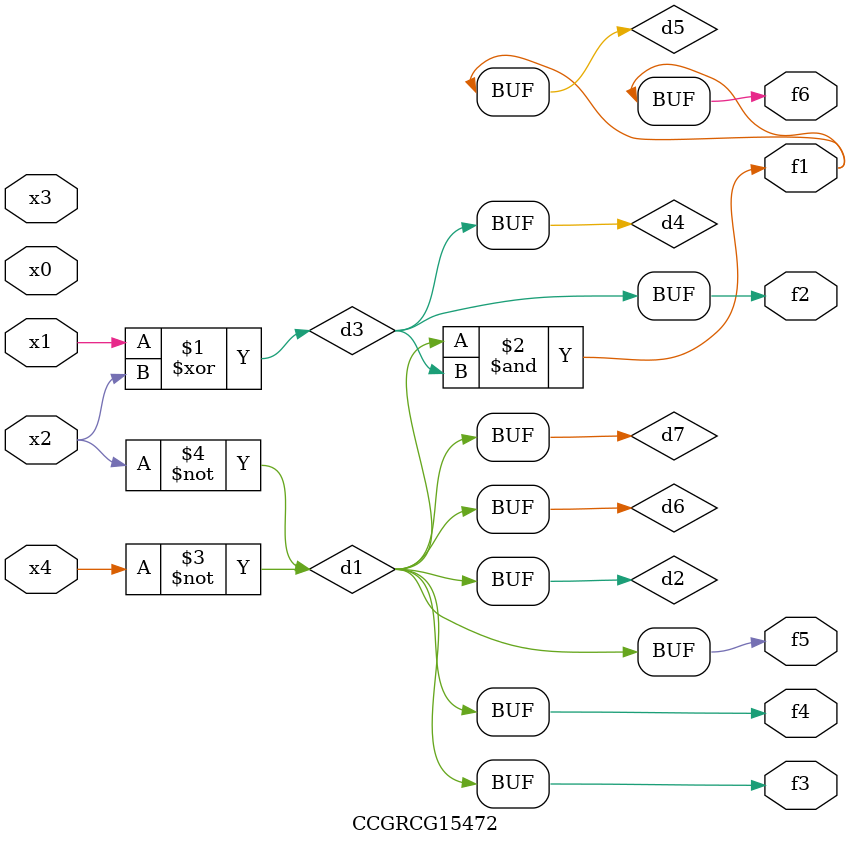
<source format=v>
module CCGRCG15472(
	input x0, x1, x2, x3, x4,
	output f1, f2, f3, f4, f5, f6
);

	wire d1, d2, d3, d4, d5, d6, d7;

	not (d1, x4);
	not (d2, x2);
	xor (d3, x1, x2);
	buf (d4, d3);
	and (d5, d1, d3);
	buf (d6, d1, d2);
	buf (d7, d2);
	assign f1 = d5;
	assign f2 = d4;
	assign f3 = d7;
	assign f4 = d7;
	assign f5 = d7;
	assign f6 = d5;
endmodule

</source>
